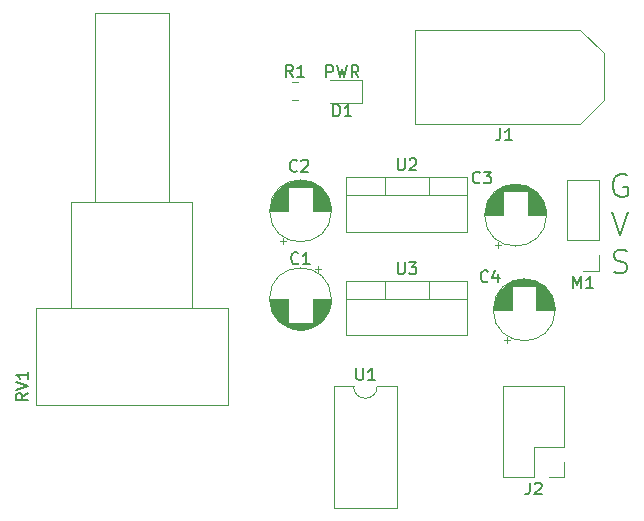
<source format=gbr>
%TF.GenerationSoftware,KiCad,Pcbnew,(6.0.7)*%
%TF.CreationDate,2022-10-11T11:52:24+08:00*%
%TF.ProjectId,servo_test,73657276-6f5f-4746-9573-742e6b696361,rev?*%
%TF.SameCoordinates,Original*%
%TF.FileFunction,Legend,Top*%
%TF.FilePolarity,Positive*%
%FSLAX46Y46*%
G04 Gerber Fmt 4.6, Leading zero omitted, Abs format (unit mm)*
G04 Created by KiCad (PCBNEW (6.0.7)) date 2022-10-11 11:52:24*
%MOMM*%
%LPD*%
G01*
G04 APERTURE LIST*
%ADD10C,0.150000*%
%ADD11C,0.120000*%
%ADD12C,0.100000*%
G04 APERTURE END LIST*
D10*
X155763809Y-79960000D02*
X155573333Y-79864761D01*
X155287619Y-79864761D01*
X155001904Y-79960000D01*
X154811428Y-80150476D01*
X154716190Y-80340952D01*
X154620952Y-80721904D01*
X154620952Y-81007619D01*
X154716190Y-81388571D01*
X154811428Y-81579047D01*
X155001904Y-81769523D01*
X155287619Y-81864761D01*
X155478095Y-81864761D01*
X155763809Y-81769523D01*
X155859047Y-81674285D01*
X155859047Y-81007619D01*
X155478095Y-81007619D01*
X154573333Y-83084761D02*
X155240000Y-85084761D01*
X155906666Y-83084761D01*
X154668571Y-88209523D02*
X154954285Y-88304761D01*
X155430476Y-88304761D01*
X155620952Y-88209523D01*
X155716190Y-88114285D01*
X155811428Y-87923809D01*
X155811428Y-87733333D01*
X155716190Y-87542857D01*
X155620952Y-87447619D01*
X155430476Y-87352380D01*
X155049523Y-87257142D01*
X154859047Y-87161904D01*
X154763809Y-87066666D01*
X154668571Y-86876190D01*
X154668571Y-86685714D01*
X154763809Y-86495238D01*
X154859047Y-86400000D01*
X155049523Y-86304761D01*
X155525714Y-86304761D01*
X155811428Y-86400000D01*
%TO.C,C1*%
X127983333Y-87437142D02*
X127935714Y-87484761D01*
X127792857Y-87532380D01*
X127697619Y-87532380D01*
X127554761Y-87484761D01*
X127459523Y-87389523D01*
X127411904Y-87294285D01*
X127364285Y-87103809D01*
X127364285Y-86960952D01*
X127411904Y-86770476D01*
X127459523Y-86675238D01*
X127554761Y-86580000D01*
X127697619Y-86532380D01*
X127792857Y-86532380D01*
X127935714Y-86580000D01*
X127983333Y-86627619D01*
X128935714Y-87532380D02*
X128364285Y-87532380D01*
X128650000Y-87532380D02*
X128650000Y-86532380D01*
X128554761Y-86675238D01*
X128459523Y-86770476D01*
X128364285Y-86818095D01*
%TO.C,J1*%
X145076666Y-76032380D02*
X145076666Y-76746666D01*
X145029047Y-76889523D01*
X144933809Y-76984761D01*
X144790952Y-77032380D01*
X144695714Y-77032380D01*
X146076666Y-77032380D02*
X145505238Y-77032380D01*
X145790952Y-77032380D02*
X145790952Y-76032380D01*
X145695714Y-76175238D01*
X145600476Y-76270476D01*
X145505238Y-76318095D01*
%TO.C,RV1*%
X105092380Y-98455238D02*
X104616190Y-98788571D01*
X105092380Y-99026666D02*
X104092380Y-99026666D01*
X104092380Y-98645714D01*
X104140000Y-98550476D01*
X104187619Y-98502857D01*
X104282857Y-98455238D01*
X104425714Y-98455238D01*
X104520952Y-98502857D01*
X104568571Y-98550476D01*
X104616190Y-98645714D01*
X104616190Y-99026666D01*
X104092380Y-98169523D02*
X105092380Y-97836190D01*
X104092380Y-97502857D01*
X105092380Y-96645714D02*
X105092380Y-97217142D01*
X105092380Y-96931428D02*
X104092380Y-96931428D01*
X104235238Y-97026666D01*
X104330476Y-97121904D01*
X104378095Y-97217142D01*
%TO.C,C2*%
X127853333Y-79607143D02*
X127805714Y-79654762D01*
X127662857Y-79702381D01*
X127567619Y-79702381D01*
X127424761Y-79654762D01*
X127329523Y-79559524D01*
X127281904Y-79464286D01*
X127234285Y-79273810D01*
X127234285Y-79130953D01*
X127281904Y-78940477D01*
X127329523Y-78845239D01*
X127424761Y-78750001D01*
X127567619Y-78702381D01*
X127662857Y-78702381D01*
X127805714Y-78750001D01*
X127853333Y-78797620D01*
X128234285Y-78797620D02*
X128281904Y-78750001D01*
X128377142Y-78702381D01*
X128615238Y-78702381D01*
X128710476Y-78750001D01*
X128758095Y-78797620D01*
X128805714Y-78892858D01*
X128805714Y-78988096D01*
X128758095Y-79130953D01*
X128186666Y-79702381D01*
X128805714Y-79702381D01*
%TO.C,R1*%
X127520833Y-71667380D02*
X127187500Y-71191190D01*
X126949404Y-71667380D02*
X126949404Y-70667380D01*
X127330357Y-70667380D01*
X127425595Y-70715000D01*
X127473214Y-70762619D01*
X127520833Y-70857857D01*
X127520833Y-71000714D01*
X127473214Y-71095952D01*
X127425595Y-71143571D01*
X127330357Y-71191190D01*
X126949404Y-71191190D01*
X128473214Y-71667380D02*
X127901785Y-71667380D01*
X128187500Y-71667380D02*
X128187500Y-70667380D01*
X128092261Y-70810238D01*
X127997023Y-70905476D01*
X127901785Y-70953095D01*
%TO.C,U1*%
X132888095Y-96342380D02*
X132888095Y-97151904D01*
X132935714Y-97247142D01*
X132983333Y-97294761D01*
X133078571Y-97342380D01*
X133269047Y-97342380D01*
X133364285Y-97294761D01*
X133411904Y-97247142D01*
X133459523Y-97151904D01*
X133459523Y-96342380D01*
X134459523Y-97342380D02*
X133888095Y-97342380D01*
X134173809Y-97342380D02*
X134173809Y-96342380D01*
X134078571Y-96485238D01*
X133983333Y-96580476D01*
X133888095Y-96628095D01*
%TO.C,D1*%
X130949404Y-75012380D02*
X130949404Y-74012380D01*
X131187500Y-74012380D01*
X131330357Y-74060000D01*
X131425595Y-74155238D01*
X131473214Y-74250476D01*
X131520833Y-74440952D01*
X131520833Y-74583809D01*
X131473214Y-74774285D01*
X131425595Y-74869523D01*
X131330357Y-74964761D01*
X131187500Y-75012380D01*
X130949404Y-75012380D01*
X132473214Y-75012380D02*
X131901785Y-75012380D01*
X132187500Y-75012380D02*
X132187500Y-74012380D01*
X132092261Y-74155238D01*
X131997023Y-74250476D01*
X131901785Y-74298095D01*
X130354166Y-71712380D02*
X130354166Y-70712380D01*
X130735119Y-70712380D01*
X130830357Y-70760000D01*
X130877976Y-70807619D01*
X130925595Y-70902857D01*
X130925595Y-71045714D01*
X130877976Y-71140952D01*
X130830357Y-71188571D01*
X130735119Y-71236190D01*
X130354166Y-71236190D01*
X131258928Y-70712380D02*
X131497023Y-71712380D01*
X131687500Y-70998095D01*
X131877976Y-71712380D01*
X132116071Y-70712380D01*
X133068452Y-71712380D02*
X132735119Y-71236190D01*
X132497023Y-71712380D02*
X132497023Y-70712380D01*
X132877976Y-70712380D01*
X132973214Y-70760000D01*
X133020833Y-70807619D01*
X133068452Y-70902857D01*
X133068452Y-71045714D01*
X133020833Y-71140952D01*
X132973214Y-71188571D01*
X132877976Y-71236190D01*
X132497023Y-71236190D01*
%TO.C,J2*%
X147571666Y-106027380D02*
X147571666Y-106741666D01*
X147524047Y-106884523D01*
X147428809Y-106979761D01*
X147285952Y-107027380D01*
X147190714Y-107027380D01*
X148000238Y-106122619D02*
X148047857Y-106075000D01*
X148143095Y-106027380D01*
X148381190Y-106027380D01*
X148476428Y-106075000D01*
X148524047Y-106122619D01*
X148571666Y-106217857D01*
X148571666Y-106313095D01*
X148524047Y-106455952D01*
X147952619Y-107027380D01*
X148571666Y-107027380D01*
%TO.C,U3*%
X136398095Y-87387380D02*
X136398095Y-88196904D01*
X136445714Y-88292142D01*
X136493333Y-88339761D01*
X136588571Y-88387380D01*
X136779047Y-88387380D01*
X136874285Y-88339761D01*
X136921904Y-88292142D01*
X136969523Y-88196904D01*
X136969523Y-87387380D01*
X137350476Y-87387380D02*
X137969523Y-87387380D01*
X137636190Y-87768333D01*
X137779047Y-87768333D01*
X137874285Y-87815952D01*
X137921904Y-87863571D01*
X137969523Y-87958809D01*
X137969523Y-88196904D01*
X137921904Y-88292142D01*
X137874285Y-88339761D01*
X137779047Y-88387380D01*
X137493333Y-88387380D01*
X137398095Y-88339761D01*
X137350476Y-88292142D01*
%TO.C,M1*%
X151270476Y-89567380D02*
X151270476Y-88567380D01*
X151603809Y-89281666D01*
X151937142Y-88567380D01*
X151937142Y-89567380D01*
X152937142Y-89567380D02*
X152365714Y-89567380D01*
X152651428Y-89567380D02*
X152651428Y-88567380D01*
X152556190Y-88710238D01*
X152460952Y-88805476D01*
X152365714Y-88853095D01*
%TO.C,U2*%
X136398095Y-78587380D02*
X136398095Y-79396904D01*
X136445714Y-79492142D01*
X136493333Y-79539761D01*
X136588571Y-79587380D01*
X136779047Y-79587380D01*
X136874285Y-79539761D01*
X136921904Y-79492142D01*
X136969523Y-79396904D01*
X136969523Y-78587380D01*
X137398095Y-78682619D02*
X137445714Y-78635000D01*
X137540952Y-78587380D01*
X137779047Y-78587380D01*
X137874285Y-78635000D01*
X137921904Y-78682619D01*
X137969523Y-78777857D01*
X137969523Y-78873095D01*
X137921904Y-79015952D01*
X137350476Y-79587380D01*
X137969523Y-79587380D01*
%TO.C,C4*%
X144033333Y-88977142D02*
X143985714Y-89024761D01*
X143842857Y-89072380D01*
X143747619Y-89072380D01*
X143604761Y-89024761D01*
X143509523Y-88929523D01*
X143461904Y-88834285D01*
X143414285Y-88643809D01*
X143414285Y-88500952D01*
X143461904Y-88310476D01*
X143509523Y-88215238D01*
X143604761Y-88120000D01*
X143747619Y-88072380D01*
X143842857Y-88072380D01*
X143985714Y-88120000D01*
X144033333Y-88167619D01*
X144890476Y-88405714D02*
X144890476Y-89072380D01*
X144652380Y-88024761D02*
X144414285Y-88739047D01*
X145033333Y-88739047D01*
%TO.C,C3*%
X143353333Y-80602030D02*
X143305714Y-80649649D01*
X143162857Y-80697268D01*
X143067619Y-80697268D01*
X142924761Y-80649649D01*
X142829523Y-80554411D01*
X142781904Y-80459173D01*
X142734285Y-80268697D01*
X142734285Y-80125840D01*
X142781904Y-79935364D01*
X142829523Y-79840126D01*
X142924761Y-79744888D01*
X143067619Y-79697268D01*
X143162857Y-79697268D01*
X143305714Y-79744888D01*
X143353333Y-79792507D01*
X143686666Y-79697268D02*
X144305714Y-79697268D01*
X143972380Y-80078221D01*
X144115238Y-80078221D01*
X144210476Y-80125840D01*
X144258095Y-80173459D01*
X144305714Y-80268697D01*
X144305714Y-80506792D01*
X144258095Y-80602030D01*
X144210476Y-80649649D01*
X144115238Y-80697268D01*
X143829523Y-80697268D01*
X143734285Y-80649649D01*
X143686666Y-80602030D01*
D11*
%TO.C,C1*%
X127110000Y-92235888D02*
X126249000Y-92235888D01*
X130532000Y-91475888D02*
X129190000Y-91475888D01*
X127110000Y-91034888D02*
X125630000Y-91034888D01*
X130498000Y-91555888D02*
X129190000Y-91555888D01*
X130397000Y-91755888D02*
X129190000Y-91755888D01*
X129248000Y-92835888D02*
X127052000Y-92835888D01*
X130051000Y-92235888D02*
X129190000Y-92235888D01*
X127110000Y-91915888D02*
X126001000Y-91915888D01*
X129328000Y-92795888D02*
X126972000Y-92795888D01*
X127110000Y-90714888D02*
X125581000Y-90714888D01*
X127110000Y-91755888D02*
X125903000Y-91755888D01*
X130729000Y-90554888D02*
X129190000Y-90554888D01*
X127110000Y-91074888D02*
X125639000Y-91074888D01*
X127110000Y-90594888D02*
X125572000Y-90594888D01*
X127110000Y-91595888D02*
X125821000Y-91595888D01*
X129401000Y-92755888D02*
X126899000Y-92755888D01*
X127110000Y-91475888D02*
X125768000Y-91475888D01*
X130121000Y-92155888D02*
X129190000Y-92155888D01*
X129875000Y-87920113D02*
X129375000Y-87920113D01*
X130651000Y-91114888D02*
X129190000Y-91114888D01*
X127110000Y-92155888D02*
X126179000Y-92155888D01*
X130686000Y-90954888D02*
X129190000Y-90954888D01*
X130479000Y-91595888D02*
X129190000Y-91595888D01*
X127110000Y-91355888D02*
X125722000Y-91355888D01*
X130730000Y-90514888D02*
X129190000Y-90514888D01*
X127110000Y-91835888D02*
X125950000Y-91835888D01*
X130706000Y-90834888D02*
X129190000Y-90834888D01*
X127110000Y-91235888D02*
X125682000Y-91235888D01*
X129533000Y-92675888D02*
X126767000Y-92675888D01*
X127110000Y-92315888D02*
X126324000Y-92315888D01*
X129893000Y-92395888D02*
X129190000Y-92395888D01*
X127110000Y-90634888D02*
X125574000Y-90634888D01*
X127110000Y-91435888D02*
X125752000Y-91435888D01*
X127110000Y-90874888D02*
X125600000Y-90874888D01*
X127110000Y-92035888D02*
X126085000Y-92035888D01*
X130730000Y-90474888D02*
X129190000Y-90474888D01*
X127110000Y-91555888D02*
X125802000Y-91555888D01*
X129650000Y-92595888D02*
X126650000Y-92595888D01*
X129625000Y-87670113D02*
X129625000Y-88170113D01*
X130678000Y-90994888D02*
X129190000Y-90994888D01*
X130728000Y-90594888D02*
X129190000Y-90594888D01*
X130325000Y-91875888D02*
X129190000Y-91875888D01*
X130605000Y-91275888D02*
X129190000Y-91275888D01*
X130014000Y-92275888D02*
X129190000Y-92275888D01*
X129704000Y-92555888D02*
X126596000Y-92555888D01*
X130723000Y-90674888D02*
X129190000Y-90674888D01*
X130548000Y-91435888D02*
X129190000Y-91435888D01*
X129976000Y-92315888D02*
X129190000Y-92315888D01*
X129755000Y-92515888D02*
X126545000Y-92515888D01*
X130515000Y-91515888D02*
X129190000Y-91515888D01*
X127110000Y-90914888D02*
X125607000Y-90914888D01*
X128668000Y-93035888D02*
X127632000Y-93035888D01*
X127110000Y-91154888D02*
X125659000Y-91154888D01*
X130374000Y-91795888D02*
X129190000Y-91795888D01*
X127110000Y-92275888D02*
X126286000Y-92275888D01*
X130215000Y-92035888D02*
X129190000Y-92035888D01*
X130726000Y-90634888D02*
X129190000Y-90634888D01*
X127110000Y-90994888D02*
X125622000Y-90994888D01*
X130299000Y-91915888D02*
X129190000Y-91915888D01*
X127110000Y-92395888D02*
X126407000Y-92395888D01*
X130272000Y-91955888D02*
X129190000Y-91955888D01*
X130715000Y-90754888D02*
X129190000Y-90754888D01*
X127110000Y-91995888D02*
X126055000Y-91995888D01*
X127110000Y-92355888D02*
X126365000Y-92355888D01*
X127110000Y-91715888D02*
X125882000Y-91715888D01*
X127110000Y-91195888D02*
X125670000Y-91195888D01*
X127110000Y-92115888D02*
X126146000Y-92115888D01*
X130154000Y-92115888D02*
X129190000Y-92115888D01*
X130641000Y-91154888D02*
X129190000Y-91154888D01*
X127110000Y-91315888D02*
X125708000Y-91315888D01*
X129593000Y-92635888D02*
X126707000Y-92635888D01*
X130670000Y-91034888D02*
X129190000Y-91034888D01*
X127110000Y-92075888D02*
X126115000Y-92075888D01*
X127110000Y-90674888D02*
X125577000Y-90674888D01*
X128434000Y-93075888D02*
X127866000Y-93075888D01*
X130700000Y-90874888D02*
X129190000Y-90874888D01*
X130460000Y-91635888D02*
X129190000Y-91635888D01*
X130693000Y-90914888D02*
X129190000Y-90914888D01*
X130087000Y-92195888D02*
X129190000Y-92195888D01*
X127110000Y-91275888D02*
X125695000Y-91275888D01*
X129161000Y-92875888D02*
X127139000Y-92875888D01*
X130418000Y-91715888D02*
X129190000Y-91715888D01*
X130592000Y-91315888D02*
X129190000Y-91315888D01*
X127110000Y-91955888D02*
X126028000Y-91955888D01*
X127110000Y-92435888D02*
X126451000Y-92435888D01*
X128955000Y-92955888D02*
X127345000Y-92955888D01*
X127110000Y-92195888D02*
X126213000Y-92195888D01*
X130711000Y-90794888D02*
X129190000Y-90794888D01*
X130578000Y-91355888D02*
X129190000Y-91355888D01*
X127110000Y-90514888D02*
X125570000Y-90514888D01*
X127110000Y-91635888D02*
X125840000Y-91635888D01*
X127110000Y-91795888D02*
X125926000Y-91795888D01*
X130440000Y-91675888D02*
X129190000Y-91675888D01*
X130719000Y-90714888D02*
X129190000Y-90714888D01*
X129935000Y-92355888D02*
X129190000Y-92355888D01*
X127110000Y-90474888D02*
X125570000Y-90474888D01*
X127110000Y-90754888D02*
X125585000Y-90754888D01*
X127110000Y-91395888D02*
X125736000Y-91395888D01*
X127110000Y-90834888D02*
X125594000Y-90834888D01*
X128827000Y-92995888D02*
X127473000Y-92995888D01*
X130618000Y-91235888D02*
X129190000Y-91235888D01*
X130350000Y-91835888D02*
X129190000Y-91835888D01*
X129065000Y-92915888D02*
X127235000Y-92915888D01*
X127110000Y-90794888D02*
X125589000Y-90794888D01*
X127110000Y-91114888D02*
X125649000Y-91114888D01*
X129803000Y-92475888D02*
X129190000Y-92475888D01*
X129849000Y-92435888D02*
X129190000Y-92435888D01*
X130564000Y-91395888D02*
X129190000Y-91395888D01*
X130661000Y-91074888D02*
X129190000Y-91074888D01*
X127110000Y-91875888D02*
X125975000Y-91875888D01*
X130185000Y-92075888D02*
X129190000Y-92075888D01*
X127110000Y-91515888D02*
X125785000Y-91515888D01*
X127110000Y-92475888D02*
X126497000Y-92475888D01*
X130245000Y-91995888D02*
X129190000Y-91995888D01*
X127110000Y-90554888D02*
X125571000Y-90554888D01*
X129469000Y-92715888D02*
X126831000Y-92715888D01*
X130630000Y-91195888D02*
X129190000Y-91195888D01*
X127110000Y-91675888D02*
X125860000Y-91675888D01*
X127110000Y-90954888D02*
X125614000Y-90954888D01*
X130770000Y-90474888D02*
G75*
G03*
X130770000Y-90474888I-2620000J0D01*
G01*
D12*
%TO.C,J1*%
X153830000Y-73670000D02*
X151830000Y-75670000D01*
X153830000Y-69670000D02*
X151830000Y-67670000D01*
X151830000Y-75670000D02*
X137830000Y-75670000D01*
X137830000Y-67670000D02*
X137830000Y-75670000D01*
X137830000Y-67670000D02*
X151830000Y-67670000D01*
X153830000Y-69670000D02*
X153830000Y-73670000D01*
D11*
%TO.C,RV1*%
X105770000Y-99480000D02*
X122010000Y-99480000D01*
X117011000Y-82240000D02*
X117011000Y-66240000D01*
X105770000Y-99480000D02*
X105770000Y-91240000D01*
X110770000Y-82240000D02*
X110770000Y-66240000D01*
X108770000Y-82240000D02*
X119010000Y-82240000D01*
X108770000Y-91240000D02*
X108770000Y-82240000D01*
X119010000Y-91240000D02*
X119010000Y-82240000D01*
X108770000Y-91240000D02*
X119010000Y-91240000D01*
X110770000Y-66240000D02*
X117011000Y-66240000D01*
X105770000Y-91240000D02*
X122010000Y-91240000D01*
X122010000Y-99480000D02*
X122010000Y-91240000D01*
X110770000Y-82240000D02*
X117011000Y-82240000D01*
%TO.C,C2*%
X129200000Y-81344113D02*
X130131000Y-81344113D01*
X125595000Y-82745113D02*
X127120000Y-82745113D01*
X129200000Y-81264113D02*
X130061000Y-81264113D01*
X129200000Y-82465113D02*
X130680000Y-82465113D01*
X126909000Y-80744113D02*
X129411000Y-80744113D01*
X129200000Y-82304113D02*
X130640000Y-82304113D01*
X129200000Y-82385113D02*
X130661000Y-82385113D01*
X129200000Y-81824113D02*
X130450000Y-81824113D01*
X126259000Y-81264113D02*
X127120000Y-81264113D01*
X126777000Y-80824113D02*
X129543000Y-80824113D01*
X129200000Y-82224113D02*
X130615000Y-82224113D01*
X126660000Y-80904113D02*
X129660000Y-80904113D01*
X126982000Y-80704113D02*
X129338000Y-80704113D01*
X126461000Y-81064113D02*
X127120000Y-81064113D01*
X125892000Y-81784113D02*
X127120000Y-81784113D01*
X125732000Y-82144113D02*
X127120000Y-82144113D01*
X125746000Y-82104113D02*
X127120000Y-82104113D01*
X125705000Y-82224113D02*
X127120000Y-82224113D01*
X129200000Y-82785113D02*
X130729000Y-82785113D01*
X129200000Y-81944113D02*
X130508000Y-81944113D01*
X126223000Y-81304113D02*
X127120000Y-81304113D01*
X126435000Y-85579888D02*
X126935000Y-85579888D01*
X126417000Y-81104113D02*
X127120000Y-81104113D01*
X125640000Y-82465113D02*
X127120000Y-82465113D01*
X126011000Y-81584113D02*
X127120000Y-81584113D01*
X129200000Y-82625113D02*
X130710000Y-82625113D01*
X129200000Y-81784113D02*
X130428000Y-81784113D01*
X125913000Y-81744113D02*
X127120000Y-81744113D01*
X126606000Y-80944113D02*
X129714000Y-80944113D01*
X127149000Y-80624113D02*
X129171000Y-80624113D01*
X129200000Y-81104113D02*
X129903000Y-81104113D01*
X126507000Y-81024113D02*
X127120000Y-81024113D01*
X129200000Y-81664113D02*
X130360000Y-81664113D01*
X129200000Y-82945113D02*
X130739000Y-82945113D01*
X125692000Y-82264113D02*
X127120000Y-82264113D01*
X125812000Y-81944113D02*
X127120000Y-81944113D01*
X129200000Y-82144113D02*
X130588000Y-82144113D01*
X126555000Y-80984113D02*
X129765000Y-80984113D01*
X129200000Y-82104113D02*
X130574000Y-82104113D01*
X129200000Y-83025113D02*
X130740000Y-83025113D01*
X125936000Y-81704113D02*
X127120000Y-81704113D01*
X125831000Y-81904113D02*
X127120000Y-81904113D01*
X129200000Y-82825113D02*
X130733000Y-82825113D01*
X126038000Y-81544113D02*
X127120000Y-81544113D01*
X125985000Y-81624113D02*
X127120000Y-81624113D01*
X125581000Y-82945113D02*
X127120000Y-82945113D01*
X125617000Y-82585113D02*
X127120000Y-82585113D01*
X129200000Y-81744113D02*
X130407000Y-81744113D01*
X129200000Y-81904113D02*
X130489000Y-81904113D01*
X129200000Y-81064113D02*
X129859000Y-81064113D01*
X126334000Y-81184113D02*
X127120000Y-81184113D01*
X126717000Y-80864113D02*
X129603000Y-80864113D01*
X125778000Y-82024113D02*
X127120000Y-82024113D01*
X129200000Y-82865113D02*
X130736000Y-82865113D01*
X129200000Y-81144113D02*
X129945000Y-81144113D01*
X129200000Y-81184113D02*
X129986000Y-81184113D01*
X129200000Y-81584113D02*
X130309000Y-81584113D01*
X125649000Y-82425113D02*
X127120000Y-82425113D01*
X129200000Y-81424113D02*
X130195000Y-81424113D01*
X126125000Y-81424113D02*
X127120000Y-81424113D01*
X126685000Y-85829888D02*
X126685000Y-85329888D01*
X129200000Y-81224113D02*
X130024000Y-81224113D01*
X129200000Y-82545113D02*
X130696000Y-82545113D01*
X125584000Y-82865113D02*
X127120000Y-82865113D01*
X129200000Y-82745113D02*
X130725000Y-82745113D01*
X127245000Y-80584113D02*
X129075000Y-80584113D01*
X125582000Y-82905113D02*
X127120000Y-82905113D01*
X125599000Y-82705113D02*
X127120000Y-82705113D01*
X127483000Y-80504113D02*
X128837000Y-80504113D01*
X129200000Y-81384113D02*
X130164000Y-81384113D01*
X129200000Y-82705113D02*
X130721000Y-82705113D01*
X129200000Y-81544113D02*
X130282000Y-81544113D01*
X126375000Y-81144113D02*
X127120000Y-81144113D01*
X125659000Y-82385113D02*
X127120000Y-82385113D01*
X125580000Y-83025113D02*
X127120000Y-83025113D01*
X125632000Y-82505113D02*
X127120000Y-82505113D01*
X125850000Y-81864113D02*
X127120000Y-81864113D01*
X129200000Y-82665113D02*
X130716000Y-82665113D01*
X129200000Y-82905113D02*
X130738000Y-82905113D01*
X125870000Y-81824113D02*
X127120000Y-81824113D01*
X129200000Y-81504113D02*
X130255000Y-81504113D01*
X125604000Y-82665113D02*
X127120000Y-82665113D01*
X127062000Y-80664113D02*
X129258000Y-80664113D01*
X126296000Y-81224113D02*
X127120000Y-81224113D01*
X125610000Y-82625113D02*
X127120000Y-82625113D01*
X129200000Y-82505113D02*
X130688000Y-82505113D01*
X129200000Y-82425113D02*
X130671000Y-82425113D01*
X127355000Y-80544113D02*
X128965000Y-80544113D01*
X129200000Y-82024113D02*
X130542000Y-82024113D01*
X129200000Y-82985113D02*
X130740000Y-82985113D01*
X125580000Y-82985113D02*
X127120000Y-82985113D01*
X125587000Y-82825113D02*
X127120000Y-82825113D01*
X129200000Y-81624113D02*
X130335000Y-81624113D01*
X129200000Y-81984113D02*
X130525000Y-81984113D01*
X125624000Y-82545113D02*
X127120000Y-82545113D01*
X125669000Y-82345113D02*
X127120000Y-82345113D01*
X127642000Y-80464113D02*
X128678000Y-80464113D01*
X129200000Y-81024113D02*
X129813000Y-81024113D01*
X129200000Y-81704113D02*
X130384000Y-81704113D01*
X129200000Y-82585113D02*
X130703000Y-82585113D01*
X129200000Y-82345113D02*
X130651000Y-82345113D01*
X125680000Y-82304113D02*
X127120000Y-82304113D01*
X127876000Y-80424113D02*
X128444000Y-80424113D01*
X129200000Y-81864113D02*
X130470000Y-81864113D01*
X125591000Y-82785113D02*
X127120000Y-82785113D01*
X129200000Y-82064113D02*
X130558000Y-82064113D01*
X126841000Y-80784113D02*
X129479000Y-80784113D01*
X125762000Y-82064113D02*
X127120000Y-82064113D01*
X125795000Y-81984113D02*
X127120000Y-81984113D01*
X126189000Y-81344113D02*
X127120000Y-81344113D01*
X129200000Y-81464113D02*
X130225000Y-81464113D01*
X129200000Y-81304113D02*
X130097000Y-81304113D01*
X126156000Y-81384113D02*
X127120000Y-81384113D01*
X129200000Y-82184113D02*
X130602000Y-82184113D01*
X126095000Y-81464113D02*
X127120000Y-81464113D01*
X125718000Y-82184113D02*
X127120000Y-82184113D01*
X129200000Y-82264113D02*
X130628000Y-82264113D01*
X126065000Y-81504113D02*
X127120000Y-81504113D01*
X125960000Y-81664113D02*
X127120000Y-81664113D01*
X130780000Y-83025113D02*
G75*
G03*
X130780000Y-83025113I-2620000J0D01*
G01*
%TO.C,R1*%
X127460436Y-73600000D02*
X127914564Y-73600000D01*
X127460436Y-72130000D02*
X127914564Y-72130000D01*
%TO.C,U1*%
X136300000Y-108170000D02*
X136300000Y-97890000D01*
X131000000Y-97890000D02*
X131000000Y-108170000D01*
X132650000Y-97890000D02*
X131000000Y-97890000D01*
X131000000Y-108170000D02*
X136300000Y-108170000D01*
X136300000Y-97890000D02*
X134650000Y-97890000D01*
X132650000Y-97890000D02*
G75*
G03*
X134650000Y-97890000I1000000J0D01*
G01*
%TO.C,D1*%
X133372500Y-71950000D02*
X130687500Y-71950000D01*
X130687500Y-73870000D02*
X133372500Y-73870000D01*
X133372500Y-73870000D02*
X133372500Y-71950000D01*
%TO.C,J2*%
X147905000Y-102975000D02*
X147905000Y-105575000D01*
X150505000Y-102975000D02*
X147905000Y-102975000D01*
X145305000Y-105575000D02*
X145305000Y-97835000D01*
X150505000Y-104245000D02*
X150505000Y-105575000D01*
X150505000Y-105575000D02*
X149175000Y-105575000D01*
X147905000Y-105575000D02*
X145305000Y-105575000D01*
X150505000Y-102975000D02*
X150505000Y-97835000D01*
X150505000Y-97835000D02*
X145305000Y-97835000D01*
%TO.C,U3*%
X142280000Y-88935000D02*
X142280000Y-93576000D01*
X132040000Y-90445000D02*
X142280000Y-90445000D01*
X132040000Y-93576000D02*
X142280000Y-93576000D01*
X132040000Y-88935000D02*
X142280000Y-88935000D01*
X139011000Y-88935000D02*
X139011000Y-90445000D01*
X135310000Y-88935000D02*
X135310000Y-90445000D01*
X132040000Y-88935000D02*
X132040000Y-93576000D01*
%TO.C,M1*%
X153410000Y-85515000D02*
X150750000Y-85515000D01*
X153410000Y-86785000D02*
X153410000Y-88115000D01*
X153410000Y-85515000D02*
X153410000Y-80375000D01*
X150750000Y-85515000D02*
X150750000Y-80375000D01*
X153410000Y-88115000D02*
X152080000Y-88115000D01*
X153410000Y-80375000D02*
X150750000Y-80375000D01*
%TO.C,U2*%
X132040000Y-80135000D02*
X132040000Y-84776000D01*
X135310000Y-80135000D02*
X135310000Y-81645000D01*
X132040000Y-84776000D02*
X142280000Y-84776000D01*
X142280000Y-80135000D02*
X142280000Y-84776000D01*
X132040000Y-80135000D02*
X142280000Y-80135000D01*
X139011000Y-80135000D02*
X139011000Y-81645000D01*
X132040000Y-81645000D02*
X142280000Y-81645000D01*
%TO.C,C4*%
X148140000Y-90159000D02*
X149368000Y-90159000D01*
X145922000Y-89079000D02*
X148278000Y-89079000D01*
X145199000Y-89639000D02*
X146060000Y-89639000D01*
X148140000Y-90399000D02*
X149482000Y-90399000D01*
X148140000Y-90319000D02*
X149448000Y-90319000D01*
X144658000Y-90559000D02*
X146060000Y-90559000D01*
X144531000Y-91160000D02*
X146060000Y-91160000D01*
X148140000Y-90039000D02*
X149300000Y-90039000D01*
X144832000Y-90159000D02*
X146060000Y-90159000D01*
X148140000Y-90279000D02*
X149429000Y-90279000D01*
X144686000Y-90479000D02*
X146060000Y-90479000D01*
X144771000Y-90279000D02*
X146060000Y-90279000D01*
X144632000Y-90639000D02*
X146060000Y-90639000D01*
X148140000Y-91080000D02*
X149661000Y-91080000D01*
X148140000Y-90519000D02*
X149528000Y-90519000D01*
X148140000Y-90079000D02*
X149324000Y-90079000D01*
X148140000Y-89959000D02*
X149249000Y-89959000D01*
X144672000Y-90519000D02*
X146060000Y-90519000D01*
X148140000Y-91240000D02*
X149676000Y-91240000D01*
X148140000Y-91280000D02*
X149678000Y-91280000D01*
X145781000Y-89159000D02*
X148419000Y-89159000D01*
X146295000Y-88919000D02*
X147905000Y-88919000D01*
X144524000Y-91240000D02*
X146060000Y-91240000D01*
X148140000Y-89639000D02*
X149001000Y-89639000D01*
X144572000Y-90880000D02*
X146060000Y-90880000D01*
X148140000Y-90920000D02*
X149636000Y-90920000D01*
X144645000Y-90599000D02*
X146060000Y-90599000D01*
X144580000Y-90840000D02*
X146060000Y-90840000D01*
X148140000Y-90439000D02*
X149498000Y-90439000D01*
X146002000Y-89039000D02*
X148198000Y-89039000D01*
X148140000Y-89719000D02*
X149071000Y-89719000D01*
X148140000Y-90679000D02*
X149580000Y-90679000D01*
X144557000Y-90960000D02*
X146060000Y-90960000D01*
X144620000Y-90679000D02*
X146060000Y-90679000D01*
X145495000Y-89359000D02*
X148705000Y-89359000D01*
X148140000Y-89759000D02*
X149104000Y-89759000D01*
X145236000Y-89599000D02*
X146060000Y-89599000D01*
X144544000Y-91040000D02*
X146060000Y-91040000D01*
X148140000Y-90239000D02*
X149410000Y-90239000D01*
X148140000Y-91120000D02*
X149665000Y-91120000D01*
X148140000Y-90119000D02*
X149347000Y-90119000D01*
X144900000Y-90039000D02*
X146060000Y-90039000D01*
X148140000Y-90479000D02*
X149514000Y-90479000D01*
X145163000Y-89679000D02*
X146060000Y-89679000D01*
X144978000Y-89919000D02*
X146060000Y-89919000D01*
X146423000Y-88879000D02*
X147777000Y-88879000D01*
X145129000Y-89719000D02*
X146060000Y-89719000D01*
X148140000Y-91200000D02*
X149673000Y-91200000D01*
X148140000Y-89399000D02*
X148753000Y-89399000D01*
X148140000Y-89879000D02*
X149195000Y-89879000D01*
X144702000Y-90439000D02*
X146060000Y-90439000D01*
X148140000Y-90840000D02*
X149620000Y-90840000D01*
X145849000Y-89119000D02*
X148351000Y-89119000D01*
X145375000Y-93954775D02*
X145875000Y-93954775D01*
X144520000Y-91400000D02*
X146060000Y-91400000D01*
X144609000Y-90720000D02*
X146060000Y-90720000D01*
X148140000Y-90639000D02*
X149568000Y-90639000D01*
X148140000Y-90960000D02*
X149643000Y-90960000D01*
X144925000Y-89999000D02*
X146060000Y-89999000D01*
X148140000Y-90800000D02*
X149611000Y-90800000D01*
X145717000Y-89199000D02*
X148483000Y-89199000D01*
X148140000Y-89999000D02*
X149275000Y-89999000D01*
X145315000Y-89519000D02*
X146060000Y-89519000D01*
X148140000Y-89839000D02*
X149165000Y-89839000D01*
X144522000Y-91280000D02*
X146060000Y-91280000D01*
X145357000Y-89479000D02*
X146060000Y-89479000D01*
X145065000Y-89799000D02*
X146060000Y-89799000D01*
X145447000Y-89399000D02*
X146060000Y-89399000D01*
X144810000Y-90199000D02*
X146060000Y-90199000D01*
X148140000Y-91360000D02*
X149680000Y-91360000D01*
X144527000Y-91200000D02*
X146060000Y-91200000D01*
X144539000Y-91080000D02*
X146060000Y-91080000D01*
X148140000Y-91000000D02*
X149650000Y-91000000D01*
X144520000Y-91360000D02*
X146060000Y-91360000D01*
X145546000Y-89319000D02*
X148654000Y-89319000D01*
X145600000Y-89279000D02*
X148600000Y-89279000D01*
X148140000Y-90760000D02*
X149601000Y-90760000D01*
X148140000Y-91040000D02*
X149656000Y-91040000D01*
X148140000Y-89519000D02*
X148885000Y-89519000D01*
X145035000Y-89839000D02*
X146060000Y-89839000D01*
X144564000Y-90920000D02*
X146060000Y-90920000D01*
X144521000Y-91320000D02*
X146060000Y-91320000D01*
X146582000Y-88839000D02*
X147618000Y-88839000D01*
X144876000Y-90079000D02*
X146060000Y-90079000D01*
X144853000Y-90119000D02*
X146060000Y-90119000D01*
X145274000Y-89559000D02*
X146060000Y-89559000D01*
X146185000Y-88959000D02*
X148015000Y-88959000D01*
X145401000Y-89439000D02*
X146060000Y-89439000D01*
X148140000Y-90880000D02*
X149628000Y-90880000D01*
X144752000Y-90319000D02*
X146060000Y-90319000D01*
X144735000Y-90359000D02*
X146060000Y-90359000D01*
X148140000Y-90359000D02*
X149465000Y-90359000D01*
X148140000Y-90559000D02*
X149542000Y-90559000D01*
X144550000Y-91000000D02*
X146060000Y-91000000D01*
X148140000Y-89599000D02*
X148964000Y-89599000D01*
X148140000Y-89559000D02*
X148926000Y-89559000D01*
X148140000Y-89799000D02*
X149135000Y-89799000D01*
X146089000Y-88999000D02*
X148111000Y-88999000D01*
X148140000Y-89679000D02*
X149037000Y-89679000D01*
X148140000Y-89479000D02*
X148843000Y-89479000D01*
X148140000Y-91320000D02*
X149679000Y-91320000D01*
X148140000Y-91160000D02*
X149669000Y-91160000D01*
X144951000Y-89959000D02*
X146060000Y-89959000D01*
X144535000Y-91120000D02*
X146060000Y-91120000D01*
X148140000Y-89439000D02*
X148799000Y-89439000D01*
X148140000Y-91400000D02*
X149680000Y-91400000D01*
X148140000Y-90599000D02*
X149555000Y-90599000D01*
X144718000Y-90399000D02*
X146060000Y-90399000D01*
X146816000Y-88799000D02*
X147384000Y-88799000D01*
X145625000Y-94204775D02*
X145625000Y-93704775D01*
X145005000Y-89879000D02*
X146060000Y-89879000D01*
X145657000Y-89239000D02*
X148543000Y-89239000D01*
X148140000Y-89919000D02*
X149222000Y-89919000D01*
X148140000Y-90199000D02*
X149390000Y-90199000D01*
X144790000Y-90239000D02*
X146060000Y-90239000D01*
X145096000Y-89759000D02*
X146060000Y-89759000D01*
X148140000Y-90720000D02*
X149591000Y-90720000D01*
X144589000Y-90800000D02*
X146060000Y-90800000D01*
X144599000Y-90760000D02*
X146060000Y-90760000D01*
X149720000Y-91400000D02*
G75*
G03*
X149720000Y-91400000I-2620000J0D01*
G01*
%TO.C,C3*%
X144645000Y-85934775D02*
X145145000Y-85934775D01*
X143820000Y-82980000D02*
X145330000Y-82980000D01*
X143879000Y-82700000D02*
X145330000Y-82700000D01*
X147410000Y-82740000D02*
X148871000Y-82740000D01*
X143794000Y-83220000D02*
X145330000Y-83220000D01*
X147410000Y-83220000D02*
X148946000Y-83220000D01*
X145693000Y-80859000D02*
X147047000Y-80859000D01*
X144221000Y-81939000D02*
X145330000Y-81939000D01*
X144627000Y-81459000D02*
X145330000Y-81459000D01*
X147410000Y-83140000D02*
X148939000Y-83140000D01*
X143902000Y-82619000D02*
X145330000Y-82619000D01*
X144060000Y-82219000D02*
X145330000Y-82219000D01*
X147410000Y-82860000D02*
X148898000Y-82860000D01*
X147410000Y-83300000D02*
X148949000Y-83300000D01*
X147410000Y-82019000D02*
X148570000Y-82019000D01*
X147410000Y-82099000D02*
X148617000Y-82099000D01*
X144987000Y-81179000D02*
X147753000Y-81179000D01*
X143827000Y-82940000D02*
X145330000Y-82940000D01*
X147410000Y-81579000D02*
X148234000Y-81579000D01*
X145051000Y-81139000D02*
X147689000Y-81139000D01*
X147410000Y-82219000D02*
X148680000Y-82219000D01*
X144123000Y-82099000D02*
X145330000Y-82099000D01*
X143859000Y-82780000D02*
X145330000Y-82780000D01*
X143869000Y-82740000D02*
X145330000Y-82740000D01*
X147410000Y-81419000D02*
X148069000Y-81419000D01*
X147410000Y-81659000D02*
X148307000Y-81659000D01*
X143797000Y-83180000D02*
X145330000Y-83180000D01*
X144146000Y-82059000D02*
X145330000Y-82059000D01*
X143805000Y-83100000D02*
X145330000Y-83100000D01*
X143791000Y-83300000D02*
X145330000Y-83300000D01*
X147410000Y-82179000D02*
X148660000Y-82179000D01*
X147410000Y-82059000D02*
X148594000Y-82059000D01*
X147410000Y-82339000D02*
X148735000Y-82339000D01*
X144927000Y-81219000D02*
X147813000Y-81219000D01*
X147410000Y-81739000D02*
X148374000Y-81739000D01*
X145455000Y-80939000D02*
X147285000Y-80939000D01*
X144870000Y-81259000D02*
X147870000Y-81259000D01*
X144335000Y-81779000D02*
X145330000Y-81779000D01*
X145359000Y-80979000D02*
X147381000Y-80979000D01*
X144080000Y-82179000D02*
X145330000Y-82179000D01*
X144717000Y-81379000D02*
X145330000Y-81379000D01*
X145192000Y-81059000D02*
X147548000Y-81059000D01*
X143814000Y-83020000D02*
X145330000Y-83020000D01*
X144366000Y-81739000D02*
X145330000Y-81739000D01*
X147410000Y-81699000D02*
X148341000Y-81699000D01*
X144305000Y-81819000D02*
X145330000Y-81819000D01*
X145852000Y-80819000D02*
X146888000Y-80819000D01*
X144170000Y-82019000D02*
X145330000Y-82019000D01*
X147410000Y-81779000D02*
X148405000Y-81779000D01*
X147410000Y-82139000D02*
X148638000Y-82139000D01*
X147410000Y-82299000D02*
X148718000Y-82299000D01*
X143792000Y-83260000D02*
X145330000Y-83260000D01*
X144195000Y-81979000D02*
X145330000Y-81979000D01*
X146086000Y-80779000D02*
X146654000Y-80779000D01*
X147410000Y-82659000D02*
X148850000Y-82659000D01*
X144765000Y-81339000D02*
X147975000Y-81339000D01*
X147410000Y-81379000D02*
X148023000Y-81379000D01*
X143942000Y-82499000D02*
X145330000Y-82499000D01*
X143972000Y-82419000D02*
X145330000Y-82419000D01*
X143790000Y-83380000D02*
X145330000Y-83380000D01*
X147410000Y-83260000D02*
X148948000Y-83260000D01*
X144585000Y-81499000D02*
X145330000Y-81499000D01*
X147410000Y-81899000D02*
X148492000Y-81899000D01*
X147410000Y-82419000D02*
X148768000Y-82419000D01*
X147410000Y-82980000D02*
X148920000Y-82980000D01*
X144895000Y-86184775D02*
X144895000Y-85684775D01*
X144022000Y-82299000D02*
X145330000Y-82299000D01*
X144248000Y-81899000D02*
X145330000Y-81899000D01*
X144041000Y-82259000D02*
X145330000Y-82259000D01*
X144816000Y-81299000D02*
X147924000Y-81299000D01*
X144005000Y-82339000D02*
X145330000Y-82339000D01*
X147410000Y-81539000D02*
X148196000Y-81539000D01*
X143915000Y-82579000D02*
X145330000Y-82579000D01*
X144102000Y-82139000D02*
X145330000Y-82139000D01*
X144506000Y-81579000D02*
X145330000Y-81579000D01*
X147410000Y-82459000D02*
X148784000Y-82459000D01*
X147410000Y-82579000D02*
X148825000Y-82579000D01*
X147410000Y-82539000D02*
X148812000Y-82539000D01*
X143834000Y-82900000D02*
X145330000Y-82900000D01*
X143988000Y-82379000D02*
X145330000Y-82379000D01*
X147410000Y-82900000D02*
X148906000Y-82900000D01*
X143928000Y-82539000D02*
X145330000Y-82539000D01*
X147410000Y-81459000D02*
X148113000Y-81459000D01*
X147410000Y-81979000D02*
X148545000Y-81979000D01*
X144469000Y-81619000D02*
X145330000Y-81619000D01*
X143842000Y-82860000D02*
X145330000Y-82860000D01*
X147410000Y-82940000D02*
X148913000Y-82940000D01*
X144399000Y-81699000D02*
X145330000Y-81699000D01*
X147410000Y-83020000D02*
X148926000Y-83020000D01*
X147410000Y-82820000D02*
X148890000Y-82820000D01*
X145119000Y-81099000D02*
X147621000Y-81099000D01*
X147410000Y-81499000D02*
X148155000Y-81499000D01*
X143790000Y-83340000D02*
X145330000Y-83340000D01*
X147410000Y-83100000D02*
X148935000Y-83100000D01*
X144433000Y-81659000D02*
X145330000Y-81659000D01*
X143801000Y-83140000D02*
X145330000Y-83140000D01*
X147410000Y-83380000D02*
X148950000Y-83380000D01*
X147410000Y-81819000D02*
X148435000Y-81819000D01*
X144544000Y-81539000D02*
X145330000Y-81539000D01*
X143850000Y-82820000D02*
X145330000Y-82820000D01*
X147410000Y-82780000D02*
X148881000Y-82780000D01*
X147410000Y-82499000D02*
X148798000Y-82499000D01*
X145272000Y-81019000D02*
X147468000Y-81019000D01*
X144275000Y-81859000D02*
X145330000Y-81859000D01*
X147410000Y-83340000D02*
X148950000Y-83340000D01*
X144671000Y-81419000D02*
X145330000Y-81419000D01*
X147410000Y-82619000D02*
X148838000Y-82619000D01*
X147410000Y-81939000D02*
X148519000Y-81939000D01*
X147410000Y-83060000D02*
X148931000Y-83060000D01*
X147410000Y-81619000D02*
X148271000Y-81619000D01*
X147410000Y-82379000D02*
X148752000Y-82379000D01*
X143809000Y-83060000D02*
X145330000Y-83060000D01*
X143890000Y-82659000D02*
X145330000Y-82659000D01*
X147410000Y-83180000D02*
X148943000Y-83180000D01*
X147410000Y-81859000D02*
X148465000Y-81859000D01*
X147410000Y-82700000D02*
X148861000Y-82700000D01*
X147410000Y-82259000D02*
X148699000Y-82259000D01*
X145565000Y-80899000D02*
X147175000Y-80899000D01*
X143956000Y-82459000D02*
X145330000Y-82459000D01*
X148990000Y-83380000D02*
G75*
G03*
X148990000Y-83380000I-2620000J0D01*
G01*
%TD*%
M02*

</source>
